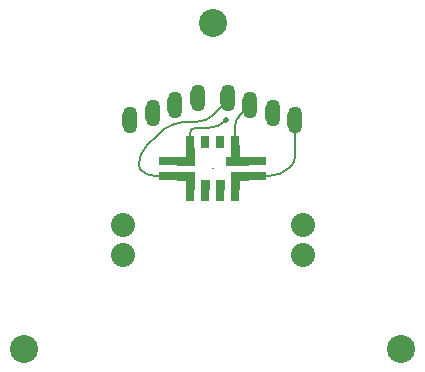
<source format=gbr>
%TF.GenerationSoftware,KiCad,Pcbnew,7.0.7*%
%TF.CreationDate,2024-06-03T14:17:06-05:00*%
%TF.ProjectId,Accel and Strain Gage board,41636365-6c20-4616-9e64-205374726169,rev?*%
%TF.SameCoordinates,Original*%
%TF.FileFunction,Copper,L2,Bot*%
%TF.FilePolarity,Positive*%
%FSLAX46Y46*%
G04 Gerber Fmt 4.6, Leading zero omitted, Abs format (unit mm)*
G04 Created by KiCad (PCBNEW 7.0.7) date 2024-06-03 14:17:06*
%MOMM*%
%LPD*%
G01*
G04 APERTURE LIST*
%TA.AperFunction,EtchedComponent*%
%ADD10C,0.200000*%
%TD*%
%TA.AperFunction,EtchedComponent*%
%ADD11C,0.025400*%
%TD*%
%TA.AperFunction,ComponentPad*%
%ADD12O,1.270000X2.286000*%
%TD*%
%TA.AperFunction,ComponentPad*%
%ADD13C,2.032000*%
%TD*%
%TA.AperFunction,SMDPad,CuDef*%
%ADD14R,0.711200X1.016000*%
%TD*%
%TA.AperFunction,SMDPad,CuDef*%
%ADD15R,1.524000X0.711200*%
%TD*%
%TA.AperFunction,ViaPad*%
%ADD16C,2.374900*%
%TD*%
%TA.AperFunction,ViaPad*%
%ADD17C,0.500000*%
%TD*%
%TA.AperFunction,Conductor*%
%ADD18C,0.200000*%
%TD*%
G04 APERTURE END LIST*
D10*
%TO.C,*%
X127000000Y-120904000D02*
X127000000Y-120904000D01*
D11*
X124777500Y-122656600D02*
X125412500Y-122656600D01*
X125412500Y-122656600D02*
X125412500Y-121221500D01*
X125412500Y-121221500D02*
X124777500Y-121221500D01*
X124777500Y-121221500D02*
X124777500Y-122656600D01*
G36*
X124777500Y-122656600D02*
G01*
X125412500Y-122656600D01*
X125412500Y-121221500D01*
X124777500Y-121221500D01*
X124777500Y-122656600D01*
G37*
X126047500Y-122656600D02*
X126682500Y-122656600D01*
X126682500Y-122656600D02*
X126682500Y-121856500D01*
X126682500Y-121856500D02*
X126047500Y-121856500D01*
X126047500Y-121856500D02*
X126047500Y-122656600D01*
G36*
X126047500Y-122656600D02*
G01*
X126682500Y-122656600D01*
X126682500Y-121856500D01*
X126047500Y-121856500D01*
X126047500Y-122656600D01*
G37*
X127317500Y-122656600D02*
X127952500Y-122656600D01*
X127952500Y-122656600D02*
X127952500Y-121856500D01*
X127952500Y-121856500D02*
X127317500Y-121856500D01*
X127317500Y-121856500D02*
X127317500Y-122656600D01*
G36*
X127317500Y-122656600D02*
G01*
X127952500Y-122656600D01*
X127952500Y-121856500D01*
X127317500Y-121856500D01*
X127317500Y-122656600D01*
G37*
X129222500Y-122656600D02*
X128587500Y-122656600D01*
X128587500Y-122656600D02*
X128587500Y-121221500D01*
X128587500Y-121221500D02*
X129222500Y-121221500D01*
X129222500Y-121221500D02*
X129222500Y-122656600D01*
G36*
X129222500Y-122656600D02*
G01*
X128587500Y-122656600D01*
X128587500Y-121221500D01*
X129222500Y-121221500D01*
X129222500Y-122656600D01*
G37*
X125095000Y-121221500D02*
X124002800Y-121221500D01*
X124002800Y-121221500D02*
X124002800Y-121856500D01*
X124002800Y-121856500D02*
X125095000Y-121856500D01*
X125095000Y-121856500D02*
X125095000Y-121221500D01*
G36*
X125095000Y-121221500D02*
G01*
X124002800Y-121221500D01*
X124002800Y-121856500D01*
X125095000Y-121856500D01*
X125095000Y-121221500D01*
G37*
X128905000Y-121221500D02*
X129997200Y-121221500D01*
X129997200Y-121221500D02*
X129997200Y-121856500D01*
X129997200Y-121856500D02*
X128905000Y-121856500D01*
X128905000Y-121856500D02*
X128905000Y-121221500D01*
G36*
X128905000Y-121221500D02*
G01*
X129997200Y-121221500D01*
X129997200Y-121856500D01*
X128905000Y-121856500D01*
X128905000Y-121221500D01*
G37*
X124777500Y-120586500D02*
X125412500Y-120586500D01*
X125412500Y-120586500D02*
X125412500Y-119151400D01*
X125412500Y-119151400D02*
X124777500Y-119151400D01*
X124777500Y-119151400D02*
X124777500Y-120586500D01*
G36*
X124777500Y-120586500D02*
G01*
X125412500Y-120586500D01*
X125412500Y-119151400D01*
X124777500Y-119151400D01*
X124777500Y-120586500D01*
G37*
X125095000Y-120586500D02*
X124002800Y-120586500D01*
X124002800Y-120586500D02*
X124002800Y-119951500D01*
X124002800Y-119951500D02*
X125095000Y-119951500D01*
X125095000Y-119951500D02*
X125095000Y-120586500D01*
G36*
X125095000Y-120586500D02*
G01*
X124002800Y-120586500D01*
X124002800Y-119951500D01*
X125095000Y-119951500D01*
X125095000Y-120586500D01*
G37*
X128905000Y-120586500D02*
X128117600Y-120586500D01*
X128117600Y-120586500D02*
X128117600Y-119951500D01*
X128117600Y-119951500D02*
X128905000Y-119951500D01*
X128905000Y-119951500D02*
X128905000Y-120586500D01*
G36*
X128905000Y-120586500D02*
G01*
X128117600Y-120586500D01*
X128117600Y-119951500D01*
X128905000Y-119951500D01*
X128905000Y-120586500D01*
G37*
X128905000Y-120586500D02*
X129997200Y-120586500D01*
X129997200Y-120586500D02*
X129997200Y-119951500D01*
X129997200Y-119951500D02*
X128905000Y-119951500D01*
X128905000Y-119951500D02*
X128905000Y-120586500D01*
G36*
X128905000Y-120586500D02*
G01*
X129997200Y-120586500D01*
X129997200Y-119951500D01*
X128905000Y-119951500D01*
X128905000Y-120586500D01*
G37*
X129222500Y-120351550D02*
X128587500Y-120351550D01*
X128587500Y-120351550D02*
X128587500Y-118916450D01*
X128587500Y-118916450D02*
X129222500Y-118916450D01*
X129222500Y-118916450D02*
X129222500Y-120351550D01*
G36*
X129222500Y-120351550D02*
G01*
X128587500Y-120351550D01*
X128587500Y-118916450D01*
X129222500Y-118916450D01*
X129222500Y-120351550D01*
G37*
%TD*%
D12*
%TO.P,,1*%
%TO.N,N/C*%
X121920000Y-116205000D03*
%TD*%
D13*
%TO.P,,1*%
%TO.N,N/C*%
X119380000Y-125730000D03*
%TD*%
D12*
%TO.P,,1*%
%TO.N,N/C*%
X132080000Y-116205000D03*
%TD*%
%TO.P,,1*%
%TO.N,N/C*%
X128270000Y-114935000D03*
%TD*%
%TO.P,,1*%
%TO.N,N/C*%
X133985000Y-116840000D03*
%TD*%
%TO.P,,1*%
%TO.N,N/C*%
X120015000Y-116840000D03*
%TD*%
D13*
%TO.P,,1*%
%TO.N,N/C*%
X134620000Y-128270000D03*
%TD*%
D12*
%TO.P,,1*%
%TO.N,N/C*%
X130175000Y-115570000D03*
%TD*%
%TO.P,,1*%
%TO.N,N/C*%
X125730000Y-114935000D03*
%TD*%
%TO.P,,1*%
%TO.N,N/C*%
X123825000Y-115570000D03*
%TD*%
D13*
%TO.P,,1*%
%TO.N,N/C*%
X119380000Y-128270000D03*
%TD*%
%TO.P,,1*%
%TO.N,N/C*%
X134620000Y-125730000D03*
%TD*%
D14*
%TO.P,,1*%
%TO.N,N/C*%
X128905000Y-123164600D03*
D15*
X130759200Y-120269000D03*
D14*
%TO.P,,2*%
X127635000Y-123164600D03*
%TO.P,,3*%
X126365000Y-123164600D03*
%TO.P,,4*%
X125095000Y-123164600D03*
D15*
%TO.P,,5*%
X123240800Y-121539000D03*
%TO.P,,6*%
X123240800Y-120269000D03*
D14*
%TO.P,,7*%
X125095000Y-118643400D03*
%TO.P,,8*%
X126365000Y-118643400D03*
%TO.P,,9*%
X127635000Y-118643400D03*
%TO.P,,10*%
X128905000Y-118643400D03*
D15*
%TO.P,,12*%
X130759200Y-121539000D03*
%TD*%
D16*
%TO.N,*%
X142947856Y-136207521D03*
X126999996Y-108585021D03*
D17*
X128143000Y-116840000D03*
D16*
X111052136Y-136207521D03*
%TD*%
D18*
%TO.N,*%
X122428000Y-117983000D02*
X121405618Y-119005382D01*
X130175000Y-115570000D02*
X129264210Y-116480790D01*
X128905000Y-117348000D02*
X128905000Y-118603750D01*
X120777000Y-120523000D02*
X120777000Y-120724395D01*
X122130420Y-121539000D02*
X123240800Y-121539000D01*
X125095000Y-118643400D02*
X125095000Y-117908605D01*
X125593975Y-116967000D02*
X124880840Y-116967000D01*
X133985000Y-116840000D02*
X133985000Y-119857185D01*
X128090395Y-115368605D02*
X127127000Y-116332000D01*
X125730000Y-117475000D02*
X126609975Y-117475000D01*
X125528605Y-117475000D02*
X125730000Y-117475000D01*
X131764370Y-121539000D02*
X130759200Y-121539000D01*
X124880840Y-116967017D02*
G75*
G03*
X122428000Y-117983000I-40J-3468783D01*
G01*
X125221998Y-117601998D02*
G75*
G03*
X125095000Y-117908605I306602J-306602D01*
G01*
X129264214Y-116480794D02*
G75*
G03*
X128905000Y-117348000I867186J-867206D01*
G01*
X131764370Y-121538987D02*
G75*
G03*
X133604000Y-120777000I30J2601587D01*
G01*
X126609975Y-117474989D02*
G75*
G03*
X128143000Y-116840000I25J2167989D01*
G01*
X121405625Y-119005389D02*
G75*
G03*
X120777000Y-120523000I1517575J-1517611D01*
G01*
X133604005Y-120777005D02*
G75*
G03*
X133985000Y-119857185I-919805J919805D01*
G01*
X125593975Y-116966989D02*
G75*
G03*
X127127000Y-116332000I25J2167989D01*
G01*
X128090393Y-115368603D02*
G75*
G03*
X128270000Y-114935000I-433593J433603D01*
G01*
X120777003Y-120724395D02*
G75*
G03*
X120904001Y-121030999I433597J-5D01*
G01*
X125528605Y-117475003D02*
G75*
G03*
X125222001Y-117602001I-5J-433597D01*
G01*
X120903994Y-121031006D02*
G75*
G03*
X122130420Y-121539000I1226406J1226406D01*
G01*
%TD*%
M02*

</source>
